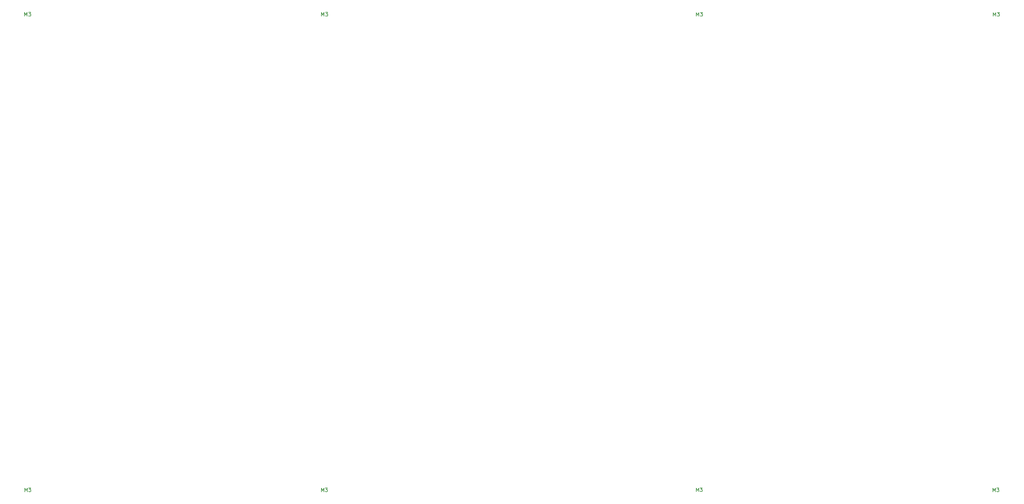
<source format=gbr>
G04 #@! TF.GenerationSoftware,KiCad,Pcbnew,(5.1.6)-1*
G04 #@! TF.CreationDate,2020-06-16T10:30:54+02:00*
G04 #@! TF.ProjectId,punk75_plate,70756e6b-3735-45f7-906c-6174652e6b69,rev?*
G04 #@! TF.SameCoordinates,Original*
G04 #@! TF.FileFunction,Legend,Top*
G04 #@! TF.FilePolarity,Positive*
%FSLAX46Y46*%
G04 Gerber Fmt 4.6, Leading zero omitted, Abs format (unit mm)*
G04 Created by KiCad (PCBNEW (5.1.6)-1) date 2020-06-16 10:30:54*
%MOMM*%
%LPD*%
G01*
G04 APERTURE LIST*
%ADD10C,0.150000*%
G04 APERTURE END LIST*
D10*
X351940476Y-104152380D02*
X351940476Y-103152380D01*
X352273809Y-103866666D01*
X352607142Y-103152380D01*
X352607142Y-104152380D01*
X352988095Y-103152380D02*
X353607142Y-103152380D01*
X353273809Y-103533333D01*
X353416666Y-103533333D01*
X353511904Y-103580952D01*
X353559523Y-103628571D01*
X353607142Y-103723809D01*
X353607142Y-103961904D01*
X353559523Y-104057142D01*
X353511904Y-104104761D01*
X353416666Y-104152380D01*
X353130952Y-104152380D01*
X353035714Y-104104761D01*
X352988095Y-104057142D01*
X271940476Y-104152380D02*
X271940476Y-103152380D01*
X272273809Y-103866666D01*
X272607142Y-103152380D01*
X272607142Y-104152380D01*
X272988095Y-103152380D02*
X273607142Y-103152380D01*
X273273809Y-103533333D01*
X273416666Y-103533333D01*
X273511904Y-103580952D01*
X273559523Y-103628571D01*
X273607142Y-103723809D01*
X273607142Y-103961904D01*
X273559523Y-104057142D01*
X273511904Y-104104761D01*
X273416666Y-104152380D01*
X273130952Y-104152380D01*
X273035714Y-104104761D01*
X272988095Y-104057142D01*
X170950476Y-104132380D02*
X170950476Y-103132380D01*
X171283809Y-103846666D01*
X171617142Y-103132380D01*
X171617142Y-104132380D01*
X171998095Y-103132380D02*
X172617142Y-103132380D01*
X172283809Y-103513333D01*
X172426666Y-103513333D01*
X172521904Y-103560952D01*
X172569523Y-103608571D01*
X172617142Y-103703809D01*
X172617142Y-103941904D01*
X172569523Y-104037142D01*
X172521904Y-104084761D01*
X172426666Y-104132380D01*
X172140952Y-104132380D01*
X172045714Y-104084761D01*
X171998095Y-104037142D01*
X90940476Y-104132380D02*
X90940476Y-103132380D01*
X91273809Y-103846666D01*
X91607142Y-103132380D01*
X91607142Y-104132380D01*
X91988095Y-103132380D02*
X92607142Y-103132380D01*
X92273809Y-103513333D01*
X92416666Y-103513333D01*
X92511904Y-103560952D01*
X92559523Y-103608571D01*
X92607142Y-103703809D01*
X92607142Y-103941904D01*
X92559523Y-104037142D01*
X92511904Y-104084761D01*
X92416666Y-104132380D01*
X92130952Y-104132380D01*
X92035714Y-104084761D01*
X91988095Y-104037142D01*
X271890476Y-232342380D02*
X271890476Y-231342380D01*
X272223809Y-232056666D01*
X272557142Y-231342380D01*
X272557142Y-232342380D01*
X272938095Y-231342380D02*
X273557142Y-231342380D01*
X273223809Y-231723333D01*
X273366666Y-231723333D01*
X273461904Y-231770952D01*
X273509523Y-231818571D01*
X273557142Y-231913809D01*
X273557142Y-232151904D01*
X273509523Y-232247142D01*
X273461904Y-232294761D01*
X273366666Y-232342380D01*
X273080952Y-232342380D01*
X272985714Y-232294761D01*
X272938095Y-232247142D01*
X170880476Y-232382380D02*
X170880476Y-231382380D01*
X171213809Y-232096666D01*
X171547142Y-231382380D01*
X171547142Y-232382380D01*
X171928095Y-231382380D02*
X172547142Y-231382380D01*
X172213809Y-231763333D01*
X172356666Y-231763333D01*
X172451904Y-231810952D01*
X172499523Y-231858571D01*
X172547142Y-231953809D01*
X172547142Y-232191904D01*
X172499523Y-232287142D01*
X172451904Y-232334761D01*
X172356666Y-232382380D01*
X172070952Y-232382380D01*
X171975714Y-232334761D01*
X171928095Y-232287142D01*
X90960476Y-232372380D02*
X90960476Y-231372380D01*
X91293809Y-232086666D01*
X91627142Y-231372380D01*
X91627142Y-232372380D01*
X92008095Y-231372380D02*
X92627142Y-231372380D01*
X92293809Y-231753333D01*
X92436666Y-231753333D01*
X92531904Y-231800952D01*
X92579523Y-231848571D01*
X92627142Y-231943809D01*
X92627142Y-232181904D01*
X92579523Y-232277142D01*
X92531904Y-232324761D01*
X92436666Y-232372380D01*
X92150952Y-232372380D01*
X92055714Y-232324761D01*
X92008095Y-232277142D01*
X351820476Y-232382380D02*
X351820476Y-231382380D01*
X352153809Y-232096666D01*
X352487142Y-231382380D01*
X352487142Y-232382380D01*
X352868095Y-231382380D02*
X353487142Y-231382380D01*
X353153809Y-231763333D01*
X353296666Y-231763333D01*
X353391904Y-231810952D01*
X353439523Y-231858571D01*
X353487142Y-231953809D01*
X353487142Y-232191904D01*
X353439523Y-232287142D01*
X353391904Y-232334761D01*
X353296666Y-232382380D01*
X353010952Y-232382380D01*
X352915714Y-232334761D01*
X352868095Y-232287142D01*
M02*

</source>
